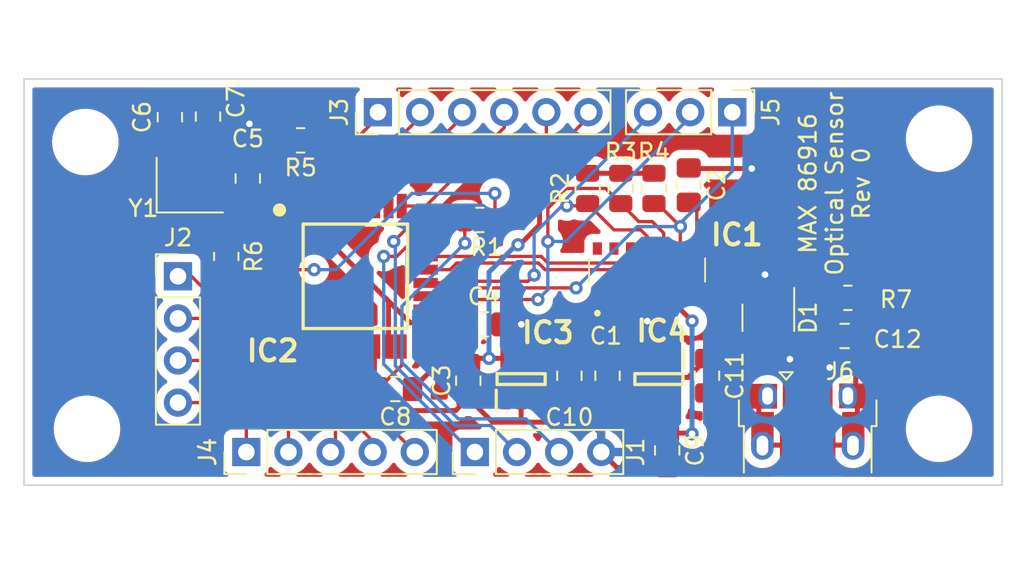
<source format=kicad_pcb>
(kicad_pcb (version 20241229) (generator "pcbnew") (generator_version "9.0")
  (layers (0 "F.Cu" signal) (2 "B.Cu" signal) (13 "F.Paste" user) (15 "B.Paste" user) (5 "F.SilkS" user "F.Silkscreen") (7 "B.SilkS" user "B.Silkscreen") (1 "F.Mask" user) (3 "B.Mask" user) (25 "Edge.Cuts" user))
  (net 0 "")
  (net 1 "+5V")
  (net 2 "GND")
  (net 3 "+1V8")
  (net 4 "+3V0")
  (net 5 "OSC0")
  (net 6 "USB_DM")
  (net 7 "USB_DP")
  (net 11 "SCL")
  (net 12 "SDA")
  (net 13 "INTB")
  (net 17 "OSC1")
  (net 18 "NRST")
  (net 19 "PA0")
  (net 20 "PA1")
  (net 21 "PA2")
  (net 22 "PA3")
  (net 23 "PA4")
  (net 24 "PA5")
  (net 25 "PA6")
  (net 26 "PA7")
  (net 27 "PB0")
  (net 28 "SWDIO")
  (net 29 "SWCLK")
  (net 30 "PA15")
  (net 31 "PB3")
  (net 32 "PB4")
  (net 33 "PB5")
  (net 34 "PB6")
  (net 35 "PB7")
  (net 36 "Net-(IC2-Pad31)")
  (net 39 "Net-(J1-Pad3)")
  (net 42 "Net-(C2-Pad2)")
  (net 43 "Net-(C6-Pad1)")
  (net 44 "Net-(C12-Pad1)")
  (footprint "Connector_PinHeader_2.54mm:PinHeader_1x04_P2.54mm_Vertical" (layer "F.Cu") (at 57.7875 111.4)
    (property "Reference" "J2")
    (property "Value" "Conn_01x04_Male")
  )
  (footprint "Resistor_SMD:R_0805_2012Metric" (layer "F.Cu") (at 65.1875 103.2 180)
    (property "Reference" "R5")
    (property "Value" "10K")
  )
  (footprint "MountingHole:MountingHole_3mm" (layer "F.Cu") (at 52.2 103.3)
    (property "Reference" "H3" (hide yes))
    (property "Value" "MountingHole")
  )
  (footprint "Capacitor_SMD:C_0805_2012Metric_Pad1.18x1.45mm_HandSolder" (layer "F.Cu") (at 76.2375 114.3)
    (property "Reference" "C4")
    (property "Value" "100nF")
  )
  (footprint "Connector_PinHeader_2.54mm:PinHeader_1x05_P2.54mm_Vertical" (layer "F.Cu") (at 61.9125 122 90)
    (property "Reference" "J4")
    (property "Value" "Conn_01x05_Male")
  )
  (footprint "Connector_USB:USB_Micro-B_Amphenol_10103594-0001LF_Horizontal" (layer "F.Cu") (at 95.8 120.5)
    (property "Reference" "J6")
    (property "Value" "USB_B_Micro")
  )
  (footprint "Capacitor_SMD:C_0805_2012Metric_Pad1.18x1.45mm_HandSolder" (layer "F.Cu") (at 98 115 180)
    (property "Reference" "C12")
    (property "Value" "3300pF" (hide yes))
  )
  (footprint "Capacitor_SMD:C_0805_2012Metric_Pad1.18x1.45mm_HandSolder" (layer "F.Cu") (at 89.7 117.4 -90)
    (property "Reference" "C11")
    (property "Value" "1uF")
  )
  (footprint "Package_TO_SOT_SMD:SOT-23-6" (layer "F.Cu") (at 93.4 113.9 -90)
    (property "Reference" "D1")
    (property "Value" "ESDA6V1BC6" (hide yes))
  )
  (footprint "MountingHole:MountingHole_3mm" (layer "F.Cu") (at 103.7 120.6)
    (property "Reference" "H2" (hide yes))
    (property "Value" "MountingHole")
  )
  (footprint "Crystal:Crystal_SMD_3225-4Pin_3.2x2.5mm" (layer "F.Cu") (at 58.5 105.9)
    (property "Reference" "Y1")
    (property "Value" "FL0800008Q" (hide yes))
  )
  (footprint "Capacitor_SMD:C_0805_2012Metric_Pad1.18x1.45mm_HandSolder" (layer "F.Cu") (at 87.3 121.9 -90)
    (property "Reference" "C9")
    (property "Value" "4.7uF")
  )
  (footprint "SamacSys_Parts:QFP80P900X900X160-32N" (layer "F.Cu") (at 68.4875 111.4)
    (property "Reference" "IC2")
    (property "Value" "STM32G431KBT6" (hide yes))
  )
  (footprint "Resistor_SMD:R_0805_2012Metric" (layer "F.Cu") (at 82.5 106.1 90)
    (property "Reference" "R2")
    (property "Value" "10K" (hide yes))
  )
  (footprint "Resistor_SMD:R_0805_2012Metric" (layer "F.Cu") (at 84.5 106.1 90)
    (property "Reference" "R3")
    (property "Value" "10K" (hide yes))
  )
  (footprint "MountingHole:MountingHole_3mm" (layer "F.Cu") (at 103.7 103.1)
    (property "Reference" "H4" (hide yes))
    (property "Value" "MountingHole")
  )
  (footprint "SamacSys_Parts:SOT95P280X145-5N" (layer "F.Cu") (at 86.8 117.6 -90)
    (property "Reference" "IC4")
    (property "Value" "NCP163ASN180T1G" (hide yes))
  )
  (footprint "Resistor_SMD:R_0805_2012Metric" (layer "F.Cu") (at 60.7 110.2 -90)
    (property "Reference" "R6")
    (property "Value" "2K")
  )
  (footprint "Connector_PinHeader_2.54mm:PinHeader_1x03_P2.54mm_Vertical" (layer "F.Cu") (at 91.225 101.5 -90)
    (property "Reference" "J5")
    (property "Value" "Conn_01x03_Male")
  )
  (footprint "Capacitor_SMD:C_0805_2012Metric_Pad1.18x1.45mm_HandSolder" (layer "F.Cu") (at 88.6 105.9 -90)
    (property "Reference" "C2")
    (property "Value" "1uF" (hide yes))
  )
  (footprint "SamacSys_Parts:MAX86916EFD" (layer "F.Cu") (at 86.0875 111.025 90)
    (property "Reference" "IC1")
    (property "Value" "MAX86916EFD+" (hide yes))
  )
  (footprint "Connector_PinHeader_2.54mm:PinHeader_1x04_P2.54mm_Vertical" (layer "F.Cu") (at 75.7 122 90)
    (property "Reference" "J1")
    (property "Value" "Conn_01x04_Male")
  )
  (footprint "Resistor_SMD:R_0805_2012Metric" (layer "F.Cu") (at 86.5 106.1 90)
    (property "Reference" "R4")
    (property "Value" "10K" (hide yes))
  )
  (footprint "Capacitor_SMD:C_0805_2012Metric_Pad1.18x1.45mm_HandSolder" (layer "F.Cu") (at 83.7 117.4 90)
    (property "Reference" "C1")
    (property "Value" "10uF")
  )
  (footprint "Resistor_SMD:R_0805_2012Metric" (layer "F.Cu") (at 98.2 112.7 180)
    (property "Reference" "R7")
    (property "Value" "1M" (hide yes))
  )
  (footprint "Capacitor_SMD:C_0805_2012Metric_Pad1.18x1.45mm_HandSolder" (layer "F.Cu") (at 59.6 101.7625 -90)
    (property "Reference" "C7")
    (property "Value" "12pF" (hide yes))
  )
  (footprint "SamacSys_Parts:SOT95P280X145-5N" (layer "F.Cu") (at 78.4875 117.6 90)
    (property "Reference" "IC3")
    (property "Value" "NCP163ASN300T1G" (hide yes))
  )
  (footprint "MountingHole:MountingHole_3mm" (layer "F.Cu") (at 52.3 120.6)
    (property "Reference" "H1" (hide yes))
    (property "Value" "MountingHole")
  )
  (footprint "Capacitor_SMD:C_0805_2012Metric_Pad1.18x1.45mm_HandSolder" (layer "F.Cu") (at 57.3 101.8 90)
    (property "Reference" "C6")
    (property "Value" "12pF" (hide yes))
  )
  (footprint "Capacitor_SMD:C_0805_2012Metric_Pad1.18x1.45mm_HandSolder" (layer "F.Cu") (at 62 105.5 90)
    (property "Reference" "C5")
    (property "Value" "1uF")
  )
  (footprint "Capacitor_SMD:C_0805_2012Metric_Pad1.18x1.45mm_HandSolder" (layer "F.Cu") (at 70.9 118.2 180)
    (property "Reference" "C8")
    (property "Value" "1uF")
  )
  (footprint "Capacitor_SMD:C_0805_2012Metric_Pad1.18x1.45mm_HandSolder" (layer "F.Cu") (at 75.3 117.7 -90)
    (property "Reference" "C3")
    (property "Value" "4.7uF")
  )
  (footprint "Connector_PinHeader_2.54mm:PinHeader_1x06_P2.54mm_Vertical" (layer "F.Cu") (at 69.85 101.5 90)
    (property "Reference" "J3")
    (property "Value" "Conn_01x06_Male" (hide yes))
  )
  (footprint "Capacitor_SMD:C_0805_2012Metric_Pad1.18x1.45mm_HandSolder" (layer "F.Cu") (at 81.4 117.4 90)
    (property "Reference" "C10")
    (property "Value" "1uF")
  )
  (footprint "Resistor_SMD:R_0805_2012Metric" (layer "F.Cu") (at 76 108 180)
    (property "Reference" "R1")
    (property "Value" "100" (hide yes))
  )
  (gr_line (start 107.5 124) (end 48.5 124) (stroke (width 0.1)) (layer "Edge.Cuts"))
  (gr_line (start 107.5 99.5) (end 107.5 124) (stroke (width 0.1)) (layer "Edge.Cuts"))
  (gr_line (start 48.5 124) (end 48.5 99.5) (stroke (width 0.1)) (layer "Edge.Cuts"))
  (gr_line (start 48.5 99.5) (end 107.5 99.5) (stroke (width 0.1)) (layer "Edge.Cuts"))
  (gr_text "MAX 86916\nOptical Sensor\nRev 0" (at 97.4 105.8 90) (layer "F.SilkS") (effects (font (size 1 1))))
  (segment (start 85.85 117.45) (end 85.85 116.35) (width 0.3) (layer "F.Cu") (net 1))
  (segment (start 88.56202 117.50048) (end 87.79952 117.50048) (width 0.3) (layer "F.Cu") (net 1))
  (segment (start 85.79952 117.50048) (end 83.60048 117.50048) (width 0.3) (layer "F.Cu") (net 1))
  (segment (start 84.1375 111.6) (end 86.0375 111.6) (width 0.3) (layer "F.Cu") (net 1))
  (segment (start 83.60048 117.50048) (end 81.39952 117.50048) (width 0.3) (layer "F.Cu") (net 1))
  (segment (start 87.79952 117.50048) (end 87.75 117.45096) (width 0.3) (layer "F.Cu") (net 1))
  (segment (start 80.9 113.7) (end 83.6 113.7) (width 0.3) (layer "F.Cu") (net 1))
  (segment (start 79.4375 117.56346) (end 79.4375 118.85) (width 0.3) (layer "F.Cu") (net 1))
  (segment (start 85.79952 117.50048) (end 85.85 117.45) (width 0.3) (layer "F.Cu") (net 1))
  (segment (start 89.7 116.3625) (end 88.56202 117.50048) (width 0.3) (layer "F.Cu") (net 1))
  (segment (start 94.475 118.435) (end 94.475 117.275) (width 0.3) (layer "F.Cu") (net 1))
  (segment (start 78.01202 117.50048) (end 77.5375 117.975) (width 0.3) (layer "F.Cu") (net 1))
  (segment (start 81.4 117.50096) (end 81.39952 117.50048) (width 0.3) (layer "F.Cu") (net 1))
  (segment (start 92.5375 116.3625) (end 92.5375 115.125) (width 0.3) (layer "F.Cu") (net 1))
  (segment (start 81.39952 117.50048) (end 80.29952 117.50048) (width 0.3) (layer "F.Cu") (net 1))
  (segment (start 80.29952 114.30048) (end 80.9 113.7) (width 0.3) (layer "F.Cu") (net 1))
  (segment (start 79.50048 117.50048) (end 79.4375 117.56346) (width 0.3) (layer "F.Cu") (net 1))
  (segment (start 80.29952 117.50048) (end 79.50048 117.50048) (width 0.3) (layer "F.Cu") (net 1))
  (segment (start 83.63798 117.53798) (end 83.60048 117.50048) (width 0.3) (layer "F.Cu") (net 1))
  (segment (start 92.5375 115.125) (end 92.45 115.0375) (width 0.3) (layer "F.Cu") (net 1))
  (segment (start 93.5625 116.3625) (end 92.5375 116.3625) (width 0.3) (layer "F.Cu") (net 1))
  (segment (start 86.0375 111.6) (end 86.0875 111.65) (width 0.3) (layer "F.Cu") (net 1))
  (segment (start 83.7 117.6) (end 83.60048 117.50048) (width 0.3) (layer "F.Cu") (net 1))
  (segment (start 77.5375 117.975) (end 77.5375 118.85) (width 0.3) (layer "F.Cu") (net 1))
  (segment (start 84.0875 111.65) (end 84.1375 111.6) (width 0.3) (layer "F.Cu") (net 1))
  (segment (start 84.0875 113.2125) (end 84.0875 112.325) (width 0.3) (layer "F.Cu") (net 1))
  (segment (start 86.0875 111.65) (end 86.0875 112.325) (width 0.3) (layer "F.Cu") (net 1))
  (segment (start 87.75 117.45096) (end 87.75 116.35) (width 0.3) (layer "F.Cu") (net 1))
  (segment (start 92.5375 116.3625) (end 89.7 116.3625) (width 0.3) (layer "F.Cu") (net 1))
  (segment (start 81.4 118.4375) (end 81.4 117.50096) (width 0.3) (layer "F.Cu") (net 1))
  (segment (start 84.0875 112.325) (end 84.0875 111.65) (width 0.3) (layer "F.Cu") (net 1))
  (segment (start 94.475 117.275) (end 93.5625 116.3625) (width 0.3) (layer "F.Cu") (net 1))
  (segment (start 87.79952 117.50048) (end 85.79952 117.50048) (width 0.3) (layer "F.Cu") (net 1))
  (segment (start 83.6 113.7) (end 84.0875 113.2125) (width 0.3) (layer "F.Cu") (net 1))
  (segment (start 79.50048 117.50048) (end 78.01202 117.50048) (width 0.3) (layer "F.Cu") (net 1))
  (segment (start 80.29952 117.50048) (end 80.29952 114.30048) (width 0.3) (layer "F.Cu") (net 1))
  (segment (start 83.7 118.4375) (end 83.7 117.6) (width 0.3) (layer "F.Cu") (net 1))
  (segment (start 78.6 120.2) (end 82.6 120.2) (width 0.3) (layer "F.Cu") (net 2))
  (segment (start 94.343573 116.4) (end 94.7005 116.4) (width 0.3) (layer "F.Cu") (net 2))
  (segment (start 88.6375 104.9) (end 88.6 104.8625) (width 0.3) (layer "F.Cu") (net 2))
  (segment (start 57.3 100.7625) (end 59.5625 100.7625) (width 0.2) (layer "F.Cu") (net 2))
  (segment (start 69.6875 115.638) (end 69.6875 118.025) (width 0.2) (layer "F.Cu") (net 2))
  (segment (start 62 104.4625) (end 62 102.3) (width 0.2) (layer "F.Cu") (net 2))
  (segment (start 87.3 122.9375) (end 88.8625 122.9375) (width 0.3) (layer "F.Cu") (net 2))
  (segment (start 93.4 112.7625) (end 93.4 111.4995) (width 0.3) (layer "F.Cu") (net 2))
  (segment (start 96.9625 115) (end 96.9625 113.025) (width 0.3) (layer "F.Cu") (net 2))
  (segment (start 59.6 100.725) (end 60.625 100.725) (width 0.2) (layer "F.Cu") (net 2))
  (segment (start 96.9625 113.025) (end 97.2875 112.7) (width 0.3) (layer "F.Cu") (net 2))
  (segment (start 71.2875 116.775) (end 69.8625 118.2) (width 0.2) (layer "F.Cu") (net 2))
  (segment (start 90.1 118.8375) (end 89.7 118.4375) (width 0.3) (layer "F.Cu") (net 2))
  (segment (start 65.6875 107.162) (end 65.6875 104.6125) (width 0.2) (layer "F.Cu") (net 2))
  (segment (start 65.6875 104.6125) (end 64.275 103.2) (width 0.2) (layer "F.Cu") (net 2))
  (segment (start 83.7 116.3625) (end 81.4 116.3625) (width 0.3) (layer "F.Cu") (net 2))
  (segment (start 84.2575 122.9375) (end 83.32 122) (width 0.3) (layer "F.Cu") (net 2))
  (segment (start 87.0875 113.1125) (end 87.0875 112.325) (width 0.3) (layer "F.Cu") (net 2))
  (segment (start 93.4 115.456427) (end 94.343573 116.4) (width 0.3) (layer "F.Cu") (net 2))
  (segment (start 97.1 116.9) (end 97.1 115.1375) (width 0.3) (layer "F.Cu") (net 2))
  (segment (start 64.275 103.2) (end 63.1 103.2) (width 0.2) (layer "F.Cu") (net 2))
  (segment (start 92.4 104.9) (end 88.6375 104.9) (width 0.3) (layer "F.Cu") (net 2))
  (segment (start 88.8625 122.9375) (end 90.1 121.7) (width 0.3) (layer "F.Cu") (net 2))
  (segment (start 69.6875 118.025) (end 69.8625 118.2) (width 0.2) (layer "F.Cu") (net 2))
  (segment (start 97.075 116.925) (end 97.1 116.9) (width 0.3) (layer "F.Cu") (net 2))
  (segment (start 78.4875 120.0875) (end 78.6 120.2) (width 0.3) (layer "F.Cu") (net 2))
  (segment (start 78.4875 118.85) (end 78.4875 120.0875) (width 0.3) (layer "F.Cu") (net 2))
  (segment (start 60.625 100.725) (end 62.1 102.2) (width 0.2) (layer "F.Cu") (net 2))
  (segment (start 93.4 115.0375) (end 93.4 115.456427) (width 0.3) (layer "F.Cu") (net 2))
  (segment (start 70.2 119.5) (end 69.8625 119.1625) (width 0.3) (layer "F.Cu") (net 2))
  (segment (start 82.6 120.2) (end 83.32 120.92) (width 0.3) (layer "F.Cu") (net 2))
  (segment (start 59.5625 100.7625) (end 59.6 100.725) (width 0.2) (layer "F.Cu") (net 2))
  (segment (start 75.3 118.7375) (end 74.5375 119.5) (width 0.3) (layer "F.Cu") (net 2))
  (segment (start 86.8 114.8) (end 86.1 114.1) (width 0.3) (layer "F.Cu") (net 2))
  (segment (start 85.0875 113.0875) (end 85.0875 112.325) (width 0.3) (layer "F.Cu") (net 2))
  (segment (start 86.1 114.1) (end 87.0875 113.1125) (width 0.3) (layer "F.Cu") (net 2))
  (segment (start 86.8 116.35) (end 86.8 114.8) (width 0.3) (layer "F.Cu") (net 2))
  (segment (start 71.2875 115.638) (end 71.2875 116.775) (width 0.2) (layer "F.Cu") (net 2))
  (segment (start 86.1 114.1) (end 85.0875 113.0875) (width 0.3) (layer "F.Cu") (net 2))
  (segment (start 90.1 121.7) (end 90.1 118.8375) (width 0.3) (layer "F.Cu") (net 2))
  (segment (start 93.4 111.4995) (end 93.2 111.2995) (width 0.3) (layer "F.Cu") (net 2))
  (segment (start 78.5 114.3) (end 77.275 114.3) (width 0.3) (layer "F.Cu") (net 2))
  (segment (start 87.3 122.9375) (end 84.2575 122.9375) (width 0.3) (layer "F.Cu") (net 2))
  (segment (start 76.7625 120.2) (end 78.6 120.2) (width 0.3) (layer "F.Cu") (net 2))
  (segment (start 83.8375 116.3625) (end 86.1 114.1) (width 0.3) (layer "F.Cu") (net 2))
  (segment (start 62 102.3) (end 62.1 102.2) (width 0.2) (layer "F.Cu") (net 2))
  (segment (start 97.1 115.1375) (end 96.9625 115) (width 0.3) (layer "F.Cu") (net 2))
  (segment (start 75.3 118.7375) (end 76.7625 120.2) (width 0.3) (layer "F.Cu") (net 2))
  (segment (start 63.1 103.2) (end 62.1 102.2) (width 0.2) (layer "F.Cu") (net 2))
  (segment (start 69.8625 119.1625) (end 69.8625 118.2) (width 0.3) (layer "F.Cu") (net 2))
  (segment (start 83.32 120.92) (end 83.32 122) (width 0.3) (layer "F.Cu") (net 2))
  (segment (start 97.075 118.435) (end 97.075 116.925) (width 0.3) (layer "F.Cu") (net 2))
  (segment (start 74.5375 119.5) (end 70.2 119.5) (width 0.3) (layer "F.Cu") (net 2))
  (via (at 93.2 111.2995) (size 0.8) (drill 0.4) (layers "F.Cu" "B.Cu") (net 2))
  (via (at 92.4 104.9) (size 0.8) (drill 0.4) (layers "F.Cu" "B.Cu") (net 2))
  (via (at 86.1 114.1) (size 0.8) (drill 0.4) (layers "F.Cu" "B.Cu") (net 2))
  (via (at 78.5 114.3) (size 0.8) (drill 0.4) (layers "F.Cu" "B.Cu") (net 2))
  (via (at 94.7005 116.4) (size 0.8) (drill 0.4) (layers "F.Cu" "B.Cu") (net 2))
  (via (at 97.1 116.9) (size 0.8) (drill 0.4) (layers "F.Cu" "B.Cu") (net 2))
  (via (at 62.1 102.2) (size 0.8) (drill 0.4) (layers "F.Cu" "B.Cu") (net 2))
  (segment (start 87.3 120.8625) (end 88.7625 120.8625) (width 0.3) (layer "F.Cu") (net 3))
  (segment (start 88.7625 120.8625) (end 88.8 120.9) (width 0.3) (layer "F.Cu") (net 3))
  (segment (start 88.8 114.1) (end 88.0875 113.3875) (width 0.3) (layer "F.Cu") (net 3))
  (segment (start 88.0875 113.3875) (end 88.0875 112.425) (width 0.3) (layer "F.Cu") (net 3))
  (segment (start 87.75 118.85) (end 87.75 120.4125) (width 0.3) (layer "F.Cu") (net 3))
  (segment (start 87.75 120.4125) (end 87.3 120.8625) (width 0.3) (layer "F.Cu") (net 3))
  (via (at 88.8 114.1) (size 0.8) (drill 0.4) (layers "F.Cu" "B.Cu") (net 3))
  (via (at 88.8 120.9) (size 0.8) (drill 0.4) (layers "F.Cu" "B.Cu") (net 3))
  (segment (start 88.8 120.9) (end 88.8 114.4) (width 0.3) (layer "B.Cu") (net 3))
  (segment (start 62 107.7) (end 62 106.5375) (width 0.3) (layer "F.Cu") (net 4))
  (segment (start 79.6 107.1) (end 79.6 108.3) (width 0.3) (layer "F.Cu") (net 4))
  (segment (start 81.5125 105.1875) (end 79.6 107.1) (width 0.3) (layer "F.Cu") (net 4))
  (segment (start 75.4 116.5625) (end 75.3 116.6625) (width 0.3) (layer "F.Cu") (net 4))
  (segment (start 75.6125 116.35) (end 75.3 116.6625) (width 0.3) (layer "F.Cu") (net 4))
  (segment (start 77.5375 116.35) (end 76.55 116.35) (width 0.3) (layer "F.Cu") (net 4))
  (segment (start 70.294489 112.705511) (end 71.788978 114.2) (width 0.3) (layer "F.Cu") (net 4))
  (segment (start 75.4 114.4375) (end 75.4 116.5625) (width 0.3) (layer "F.Cu") (net 4))
  (segment (start 79.6 108.3) (end 78.3995 109.5005) (width 0.3) (layer "F.Cu") (net 4))
  (segment (start 82.5 105.1875) (end 84.5 105.1875) (width 0.3) (layer "F.Cu") (net 4))
  (segment (start 70.4875 112.898522) (end 70.294489 112.705511) (width 0.3) (layer "F.Cu") (net 4))
  (segment (start 70.4875 115.638) (end 70.4875 112.898522) (width 0.3) (layer "F.Cu") (net 4))
  (segment (start 64.2495 108.6) (end 62.9 108.6) (width 0.3) (layer "F.Cu") (net 4))
  (segment (start 64.2495 108.6) (end 66.188978 108.6) (width 0.3) (layer "F.Cu") (net 4))
  (segment (start 76.55 116.35) (end 75.6125 116.35) (width 0.3) (layer "F.Cu") (net 4))
  (segment (start 66.188978 108.6) (end 70.294489 112.705511) (width 0.3) (layer "F.Cu") (net 4))
  (segment (start 71.788978 114.2) (end 72.7255 114.2) (width 0.3) (layer "F.Cu") (net 4))
  (segment (start 75.1625 114.2) (end 75.4 114.4375) (width 0.3) (layer "F.Cu") (net 4))
  (segment (start 73.475 116.6625) (end 71.9375 118.2) (width 0.3) (layer "F.Cu") (net 4))
  (segment (start 84.5 105.1875) (end 86.5 105.1875) (width 0.3) (layer "F.Cu") (net 4))
  (segment (start 72.7255 114.2) (end 75.1625 114.2) (width 0.3) (layer "F.Cu") (net 4))
  (segment (start 75.3 116.6625) (end 73.475 116.6625) (width 0.3) (layer "F.Cu") (net 4))
  (segment (start 82.5 105.1875) (end 81.5125 105.1875) (width 0.3) (layer "F.Cu") (net 4))
  (segment (start 62.9 108.6) (end 62 107.7) (width 0.3) (layer "F.Cu") (net 4))
  (via (at 78.3 109.5005) (size 0.8) (drill 0.4) (layers "F.Cu" "B.Cu") (net 4))
  (via (at 76.55 116.35) (size 0.8) (drill 0.4) (layers "F.Cu" "B.Cu") (net 4))
  (segment (start 78.3 109.5005) (end 78.1995 109.5005) (width 0.3) (layer "B.Cu") (net 4))
  (segment (start 78.1995 109.5005) (end 76.55 111.15) (width 0.3) (layer "B.Cu") (net 4))
  (segment (start 76.55 111.15) (end 76.55 116.35) (width 0.3) (layer "B.Cu") (net 4))
  (segment (start 60.9 105.6) (end 60.35 105.05) (width 0.2) (layer "F.Cu") (net 5))
  (segment (start 64.2495 109.4) (end 63.064282 109.4) (width 0.2) (layer "F.Cu") (net 5))
  (segment (start 63.064282 109.4) (end 60.9 107.235718) (width 0.2) (layer "F.Cu") (net 5))
  (segment (start 59.6 105.05) (end 59.6 102.8) (width 0.2) (layer "F.Cu") (net 5))
  (segment (start 60.9 107.235718) (end 60.9 105.6) (width 0.2) (layer "F.Cu") (net 5))
  (segment (start 60.35 105.05) (end 59.6 105.05) (width 0.2) (layer "F.Cu") (net 5))
  (segment (start 79.534514 110.59952) (end 79.934994 111) (width 0.2) (layer "F.Cu") (net 6))
  (segment (start 74.19952 111) (end 74.6 110.59952) (width 0.2) (layer "F.Cu") (net 6))
  (segment (start 89.4 111) (end 90.7 112.3) (width 0.2) (layer "F.Cu") (net 6))
  (segment (start 91.4 113.9) (end 93.9 113.9) (width 0.2) (layer "F.Cu") (net 6))
  (segment (start 90.7 112.3) (end 90.7 113.2) (width 0.2) (layer "F.Cu") (net 6))
  (segment (start 72.7255 111) (end 74.19952 111) (width 0.2) (layer "F.Cu") (net 6))
  (segment (start 95.4 117.185978) (end 95.4 113.8125) (width 0.2) (layer "F.Cu") (net 6))
  (segment (start 74.6 110.59952) (end 79.534514 110.59952) (width 0.2) (layer "F.Cu") (net 6))
  (segment (start 94.35 113.45) (end 94.35 112.7625) (width 0.2) (layer "F.Cu") (net 6))
  (segment (start 93.9 113.9) (end 94.35 113.45) (width 0.2) (layer "F.Cu") (net 6))
  (segment (start 90.7 113.2) (end 91.4 113.9) (width 0.2) (layer "F.Cu") (net 6))
  (segment (start 79.934994 111) (end 89.4 111) (width 0.2) (layer "F.Cu") (net 6))
  (segment (start 95.125 117.460978) (end 95.4 117.185978) (width 0.2) (layer "F.Cu") (net 6))
  (segment (start 95.4 113.8125) (end 94.35 112.7625) (width 0.2) (layer "F.Cu") (net 6))
  (segment (start 95.125 118.435) (end 95.125 117.460978) (width 0.2) (layer "F.Cu") (net 6))
  (segment (start 92.4 110.6) (end 93.5 110.6) (width 0.2) (layer "F.Cu") (net 7))
  (segment (start 92.45 112.7625) (end 92.4 112.7125) (width 0.2) (layer "F.Cu") (net 7))
  (segment (start 95.79952 112.89952) (end 95.79952 118.41048) (width 0.2) (layer "F.Cu") (net 7))
  (segment (start 93.5 110.6) (end 95.79952 112.89952) (width 0.2) (layer "F.Cu") (net 7))
  (segment (start 95.79952 118.41048) (end 95.775 118.435) (width 0.2) (layer "F.Cu") (net 7))
  (segment (start 72.7255 110.2) (end 79.7 110.2) (width 0.2) (layer "F.Cu") (net 7))
  (segment (start 79.7 110.2) (end 80.1 110.6) (width 0.2) (layer "F.Cu") (net 7))
  (segment (start 80.1 110.6) (end 92.4 110.6) (width 0.2) (layer "F.Cu") (net 7))
  (segment (start 92.4 112.7125) (end 92.4 110.6) (width 0.2) (layer "F.Cu") (net 7))
  (segment (start 73.663 112.6) (end 74.163 112.1) (width 0.2) (layer "F.Cu") (net 11))
  (segment (start 88.0875 109.725) (end 88.0875 108.6) (width 0.2) (layer "F.Cu") (net 11))
  (segment (start 88.1 108.4) (end 86.7125 107.0125) (width 0.2) (layer "F.Cu") (net 11))
  (segment (start 86.7125 107.0125) (end 86.5 107.0125) (width 0.2) (layer "F.Cu") (net 11))
  (segment (start 74.163 112.1) (end 81.8 112.1) (width 0.2) (layer "F.Cu") (net 11))
  (segment (start 72.7255 112.6) (end 73.663 112.6) (width 0.2) (layer "F.Cu") (net 11))
  (via (at 88.1 108.4) (size 0.8) (drill 0.4) (layers "F.Cu" "B.Cu") (net 11))
  (via (at 81.8 112.1) (size 0.8) (drill 0.4) (layers "F.Cu" "B.Cu") (net 11))
  (segment (start 88.1 108.4) (end 85.5 108.4) (width 0.2) (layer "B.Cu") (net 11))
  (segment (start 91.225 105.064259) (end 88.1 108.189259) (width 0.2) (layer "B.Cu") (net 11))
  (segment (start 91.225 101.8) (end 91.225 105.064259) (width 0.2) (layer "B.Cu") (net 11))
  (segment (start 85.5 108.4) (end 81.8 112.1) (width 0.2) (layer "B.Cu") (net 11))
  (segment (start 88.1 108.189259) (end 88.1 108.4) (width 0.2) (layer "B.Cu") (net 11))
  (segment (start 83.5875 106.1) (end 81.3 106.1) (width 0.2) (layer "F.Cu") (net 12))
  (segment (start 87.0875 109.725) (end 87.0875 109.625) (width 0.2) (layer "F.Cu") (net 12))
  (segment (start 84.5 107.0125) (end 83.5875 106.1) (width 0.2) (layer "F.Cu") (net 12))
  (segment (start 80.1 109.2) (end 80.1 109.3) (width 0.2) (layer "F.Cu") (net 12))
  (segment (start 74.263 112.8) (end 73.663 113.4) (width 0.2) (layer "F.Cu") (net 12))
  (segment (start 79.5 112.8) (end 74.263 112.8) (width 0.2) (layer "F.Cu") (net 12))
  (segment (start 87.0875 108.7875) (end 86.4 108.1) (width 0.2) (layer "F.Cu") (net 12))
  (segment (start 85.5875 108.1) (end 84.5 107.0125) (width 0.2) (layer "F.Cu") (net 12))
  (segment (start 80.1 107.3) (end 80.1 109.2) (width 0.2) (layer "F.Cu") (net 12))
  (segment (start 86.4 108.1) (end 85.5875 108.1) (width 0.2) (layer "F.Cu") (net 12))
  (segment (start 87.0875 109.625) (end 87.0875 108.7875) (width 0.2) (layer "F.Cu") (net 12))
  (segment (start 81.3 106.1) (end 80.1 107.3) (width 0.2) (layer "F.Cu") (net 12))
  (segment (start 73.663 113.4) (end 72.7255 113.4) (width 0.2) (layer "F.Cu") (net 12))
  (via (at 79.5 112.8) (size 0.8) (drill 0.4) (layers "F.Cu" "B.Cu") (net 12))
  (via (at 80.1 109.3) (size 0.8) (drill 0.4) (layers "F.Cu" "B.Cu") (net 12))
  (segment (start 80.1 109.3) (end 80.1 112.2) (width 0.2) (layer "B.Cu") (net 12))
  (segment (start 80.1 112.2) (end 79.5 112.8) (width 0.2) (layer "B.Cu") (net 12))
  (segment (start 88.685 101.8) (end 81.185 109.3) (width 0.2) (layer "B.Cu") (net 12))
  (segment (start 81.185 109.3) (end 80.1 109.3) (width 0.2) (layer "B.Cu") (net 12))
  (segment (start 84.0875 108.6) (end 85.7 108.6) (width 0.2) (layer "F.Cu") (net 13))
  (segment (start 73.663 111.8) (end 73.76252 111.70048) (width 0.2) (layer "F.Cu") (net 13))
  (segment (start 78.89854 111.70048) (end 79.272385 111.326635) (width 0.2) (layer "F.Cu") (net 13))
  (segment (start 81.244622 107.144622) (end 82.367878 107.144622) (width 0.2) (layer "F.Cu") (net 13))
  (segment (start 86.0875 108.9875) (end 86.0875 109.625) (width 0.2) (layer "F.Cu") (net 13))
  (segment (start 72.7255 111.8) (end 73.663 111.8) (width 0.2) (layer "F.Cu") (net 13))
  (segment (start 85.7 108.6) (end 86.0875 108.9875) (width 0.2) (layer "F.Cu") (net 13))
  (segment (start 73.76252 111.70048) (end 78.89854 111.70048) (width 0.2) (layer "F.Cu") (net 13))
  (segment (start 82.367878 107.144622) (end 82.5 107.0125) (width 0.2) (layer "F.Cu") (net 13))
  (segment (start 82.5 107.0125) (end 84.0875 108.6) (width 0.2) (layer "F.Cu") (net 13))
  (via (at 79.272385 111.326635) (size 0.8) (drill 0.4) (layers "F.Cu" "B.Cu") (net 13))
  (via (at 81.244622 107.144622) (size 0.8) (drill 0.4) (layers "F.Cu" "B.Cu") (net 13))
  (segment (start 79.9 108.2) (end 80.955378 107.144622) (width 0.2) (layer "B.Cu") (net 13))
  (segment (start 79.272385 111.326635) (end 79.272385 108.827615) (width 0.2) (layer "B.Cu") (net 13))
  (segment (start 80.955378 107.144622) (end 81.244622 107.144622) (width 0.2) (layer "B.Cu") (net 13))
  (segment (start 79.272385 108.827615) (end 79.9 108.2) (width 0.2) (layer "B.Cu") (net 13))
  (segment (start 81.244622 106.700378) (end 81.244622 107.144622) (width 0.2) (layer "B.Cu") (net 13))
  (segment (start 86.145 101.8) (end 81.244622 106.700378) (width 0.2) (layer "B.Cu") (net 13))
  (segment (start 64.2495 110.2) (end 63.312 110.2) (width 0.2) (layer "F.Cu") (net 17))
  (segment (start 62.3995 111.1125) (end 60.7 111.1125) (width 0.2) (layer "F.Cu") (net 17))
  (segment (start 63.312 110.2) (end 62.3995 111.1125) (width 0.2) (layer "F.Cu") (net 17))
  (segment (start 76.9125 108) (end 76.9125 106.4125) (width 0.2) (layer "F.Cu") (net 18))
  (segment (start 76.9125 106.4125) (end 76.9 106.4) (width 0.2) (layer "F.Cu") (net 18))
  (segment (start 66 111) (end 64.2495 111) (width 0.2) (layer "F.Cu") (net 18))
  (via (at 66 111) (size 0.8) (drill 0.4) (layers "F.Cu" "B.Cu") (net 18))
  (via (at 76.9 106.4) (size 0.8) (drill 0.4) (layers "F.Cu" "B.Cu") (net 18))
  (segment (start 76.9 106.4) (end 71.9 106.4) (width 0.2) (layer "B.Cu") (net 18))
  (segment (start 71.9 106.4) (end 67.3 111) (width 0.2) (layer "B.Cu") (net 18))
  (segment (start 67.3 111) (end 66 111) (width 0.2) (layer "B.Cu") (net 18))
  (segment (start 64.2495 111.8) (end 63.412978 111.8) (width 0.2) (layer "F.Cu") (net 19))
  (segment (start 59.6 112.4) (end 58.6 111.4) (width 0.2) (layer "F.Cu") (net 19))
  (segment (start 62.812978 112.4) (end 59.6 112.4) (width 0.2) (layer "F.Cu") (net 19))
  (segment (start 58.6 111.4) (end 57.7875 111.4) (width 0.2) (layer "F.Cu") (net 19))
  (segment (start 63.412978 111.8) (end 62.812978 112.4) (width 0.2) (layer "F.Cu") (net 19))
  (segment (start 64.2495 112.6) (end 63.312 112.6) (width 0.2) (layer "F.Cu") (net 20))
  (segment (start 63.312 112.6) (end 61.972 113.94) (width 0.2) (layer "F.Cu") (net 20))
  (segment (start 61.972 113.94) (end 57.7875 113.94) (width 0.2) (layer "F.Cu") (net 20))
  (segment (start 60.232 116.48) (end 57.7875 116.48) (width 0.2) (layer "F.Cu") (net 21))
  (segment (start 63.312 113.4) (end 60.232 116.48) (width 0.2) (layer "F.Cu") (net 21))
  (segment (start 64.2495 113.4) (end 63.312 113.4) (width 0.2) (layer "F.Cu") (net 21))
  (segment (start 60.38 119.02) (end 57.7875 119.02) (width 0.2) (layer "F.Cu") (net 22))
  (segment (start 64.2495 114.2) (end 64.2495 115.1505) (width 0.2) (layer "F.Cu") (net 22))
  (segment (start 64.2495 115.1505) (end 60.38 119.02) (width 0.2) (layer "F.Cu") (net 22))
  (segment (start 65.6875 115.638) (end 65.6875 116.2125) (width 0.2) (layer "F.Cu") (net 23))
  (segment (start 61.9125 119.9875) (end 61.9125 122) (width 0.2) (layer "F.Cu") (net 23))
  (segment (start 65.6875 116.2125) (end 61.9125 119.9875) (width 0.2) (layer "F.Cu") (net 23))
  (segment (start 66.4875 117.8125) (end 64.4525 119.8475) (width 0.2) (layer "F.Cu") (net 24))
  (segment (start 64.4525 119.8475) (end 64.4525 122) (width 0.2) (layer "F.Cu") (net 24))
  (segment (start 66.4875 115.638) (end 66.4875 117.8125) (width 0.2) (layer "F.Cu") (net 24))
  (segment (start 67.2875 115.638) (end 67.2875 121.705) (width 0.2) (layer "F.Cu") (net 25))
  (segment (start 67.2875 121.705) (end 66.9925 122) (width 0.2) (layer "F.Cu") (net 25))
  (segment (start 69.5325 121.3325) (end 69.5325 122) (width 0.2) (layer "F.Cu") (net 26))
  (segment (start 68.0875 115.638) (end 68.0875 119.8875) (width 0.2) (layer "F.Cu") (net 26))
  (segment (start 68.0875 119.8875) (end 69.5325 121.3325) (width 0.2) (layer "F.Cu") (net 26))
  (segment (start 69.3 120.2) (end 70.2725 120.2) (width 0.2) (layer "F.Cu") (net 27))
  (segment (start 70.2725 120.2) (end 72.0725 122) (width 0.2) (layer "F.Cu") (net 27))
  (segment (start 68.8875 115.638) (end 68.8875 117.0125) (width 0.2) (layer "F.Cu") (net 27))
  (segment (start 68.8875 117.0125) (end 68.7 117.2) (width 0.2) (layer "F.Cu") (net 27))
  (segment (start 68.7 119.6) (end 69.3 120.2) (width 0.2) (layer "F.Cu") (net 27))
  (segment (start 68.7 117.2) (end 68.7 119.6) (width 0.2) (layer "F.Cu") (net 27))
  (segment (start 70.988 110.2) (end 70.2 110.2) (width 0.2) (layer "F.Cu") (net 28))
  (segment (start 71.788 109.4) (end 70.988 110.2) (width 0.2) (layer "F.Cu") (net 28))
  (segment (start 72.7255 109.4) (end 71.788 109.4) (width 0.2) (layer "F.Cu") (net 28))
  (via (at 70.2 110.2) (size 0.8) (drill 0.4) (layers "F.Cu" "B.Cu") (net 28))
  (segment (start 70.2 116.7) (end 70.2 110.2) (width 0.2) (layer "B.Cu") (net 28))
  (segment (start 75.5 122) (end 70.2 116.7) (width 0.2) (layer "B.Cu") (net 28))
  (segment (start 75.7 122) (end 75.5 122) (width 0.2) (layer "B.Cu") (net 28))
  (segment (start 71.5 108.6) (end 70.8 109.3) (width 0.2) (layer "F.Cu") (net 29))
  (segment (start 72.7255 108.6) (end 71.5 108.6) (width 0.2) (layer "F.Cu") (net 29))
  (via (at 70.8 109.3) (size 0.8) (drill 0.4) (layers "F.Cu" "B.Cu") (net 29))
  (segment (start 76.64 120.4) (end 78.24 122) (width 0.2) (layer "B.Cu") (net 29))
  (segment (start 74.5 120.4) (end 76.64 120.4) (width 0.2) (layer "B.Cu") (net 29))
  (segment (start 70.899511 116.799511) (end 74.5 120.4) (width 0.2) (layer "B.Cu") (net 29))
  (segment (start 70.8 109.3) (end 70.899511 109.399511) (width 0.2) (layer "B.Cu") (net 29))
  (segment (start 70.899511 109.399511) (end 70.899511 116.799511) (width 0.2) (layer "B.Cu") (net 29))
  (segment (start 74.9 105) (end 79.35 105) (width 0.2) (layer "F.Cu") (net 30))
  (segment (start 71.2875 107.162) (end 72.738 107.162) (width 0.2) (layer "F.Cu") (net 30))
  (segment (start 79.35 105) (end 82.55 101.8) (width 0.2) (layer "F.Cu") (net 30))
  (segment (start 72.738 107.162) (end 74.9 105) (width 0.2) (layer "F.Cu") (net 30))
  (segment (start 75.1 104.1) (end 78.9 104.1) (width 0.2) (layer "F.Cu") (net 31))
  (segment (start 71.612 105.1) (end 74.1 105.1) (width 0.2) (layer "F.Cu") (net 31))
  (segment (start 70.4875 106.2245) (end 71.612 105.1) (width 0.2) (layer "F.Cu") (net 31))
  (segment (start 78.9 104.1) (end 80.01 102.99) (width 0.2) (layer "F.Cu") (net 31))
  (segment (start 74.1 105.1) (end 75.1 104.1) (width 0.2) (layer "F.Cu") (net 31))
  (segment (start 70.4875 107.162) (end 70.4875 106.2245) (width 0.2) (layer "F.Cu") (net 31))
  (segment (start 80.01 102.99) (end 80.01 101.8) (width 0.2) (layer "F.Cu") (net 31))
  (segment (start 69.6875 106.325478) (end 71.413458 104.59952) (width 0.2) (layer "F.Cu") (net 32))
  (segment (start 69.6875 107.162) (end 69.6875 106.325478) (width 0.2) (layer "F.Cu") (net 32))
  (segment (start 76.5 103.4) (end 77.47 102.43) (width 0.2) (layer "F.Cu") (net 32))
  (segment (start 74.8 103.4) (end 76.5 103.4) (width 0.2) (layer "F.Cu") (net 32))
  (segment (start 77.47 102.43) (end 77.47 101.8) (width 0.2) (layer "F.Cu") (net 32))
  (segment (start 73.60048 104.59952) (end 74.8 103.4) (width 0.2) (layer "F.Cu") (net 32))
  (segment (start 71.413458 104.59952) (end 73.60048 104.59952) (width 0.2) (layer "F.Cu") (net 32))
  (segment (start 68.8875 106.325478) (end 71.012978 104.2) (width 0.2) (layer "F.Cu") (net 33))
  (segment (start 68.8875 107.162) (end 68.8875 106.325478) (width 0.2) (layer "F.Cu") (net 33))
  (segment (start 71.012978 104.2) (end 72.53 104.2) (width 0.2) (layer "F.Cu") (net 33))
  (segment (start 72.53 104.2) (end 74.93 101.8) (width 0.2) (layer "F.Cu") (net 33))
  (segment (start 68.0875 107.162) (end 68.0875 106.1025) (width 0.2) (layer "F.Cu") (net 34))
  (segment (start 68.0875 106.1025) (end 72.39 101.8) (width 0.2) (layer "F.Cu") (net 34))
  (segment (start 67.2875 107.162) (end 67.2875 104.3625) (width 0.2) (layer "F.Cu") (net 35))
  (segment (start 67.2875 104.3625) (end 69.85 101.8) (width 0.2) (layer "F.Cu") (net 35))
  (segment (start 66.4875 107.162) (end 66.4875 103.5875) (width 0.2) (layer "F.Cu") (net 36))
  (segment (start 66.4875 103.5875) (end 66.1 103.2) (width 0.2) (layer "F.Cu") (net 36))
  (segment (start 75.0875 108) (end 75.0875 109.3875) (width 0.2) (layer "F.Cu") (net 39))
  (segment (start 75.0875 109.3875) (end 75.1 109.4) (width 0.2) (layer "F.Cu") (net 39))
  (via (at 75.1 109.4) (size 0.8) (drill 0.4) (layers "F.Cu" "B.Cu") (net 39))
  (segment (start 78.78048 120.00048) (end 80.04 121.26) (width 0.2) (layer "B.Cu") (net 39))
  (segment (start 75.1 109.4) (end 71.299031 113.200969) (width 0.2) (layer "B.Cu") (net 39))
  (segment (start 74.699511 120.00048) (end 78.78048 120.00048) (width 0.2) (layer "B.Cu") (net 39))
  (segment (start 71.299031 113.200969) (end 71.299031 116.6) (width 0.2) (layer "B.Cu") (net 39))
  (segment (start 80.04 121.26) (end 80.78 122) (width 0.2) (layer "B.Cu") (net 39))
  (segment (start 71.299031 116.6) (end 74.699511 120.00048) (width 0.2) (layer "B.Cu") (net 39))
  (segment (start 89.0875 109.725) (end 89.0875 107.425) (width 0.2) (layer "F.Cu") (net 42))
  (segment (start 89.0875 107.425) (end 88.6 106.9375) (width 0.2) (layer "F.Cu") (net 42))
  (segment (start 58.399511 106.000978) (end 58.399511 103.937011) (width 0.2) (layer "F.Cu") (net 43))
  (segment (start 57.650489 106.75) (end 58.399511 106.000978) (width 0.2) (layer "F.Cu") (net 43))
  (segment (start 60.7 109.2875) (end 59.9375 109.2875) (width 0.2) (layer "F.Cu") (net 43))
  (segment (start 59.9375 109.2875) (end 57.4 106.75) (width 0.2) (layer "F.Cu") (net 43))
  (segment (start 57.4 106.75) (end 57.650489 106.75) (width 0.2) (layer "F.Cu") (net 43))
  (segment (start 58.399511 103.937011) (end 57.3 102.8375) (width 0.2) (layer "F.Cu") (net 43))
  (segment (start 99.1125 114.925) (end 99.0375 115) (width 0.3) (layer "F.Cu") (net 44))
  (segment (start 99.1125 112.7) (end 99.1125 114.925) (width 0.3) (layer "F.Cu") (net 44))
  (segment (start 93.315 121.585) (end 93.045 121.315) (width 0.3) (layer "F.Cu") (net 44))
  (segment (start 96.735 121.585) (end 94.815 121.585) (width 0.3) (layer "F.Cu") (net 44))
  (segment (start 98.775 118.415) (end 98.675 118.315) (width 0.3) (layer "F.Cu") (net 44))
  (segment (start 94.815 121.585) (end 93.315 121.585) (width 0.3) (layer "F.Cu") (net 44))
  (segment (start 92.825 119.635) (end 92.825 118.435) (width 0.3) (layer "F.Cu") (net 44))
  (segment (start 98.675 118.315) (end 98.675 115.3625) (width 0.3) (layer "F.Cu") (net 44))
  (segment (start 96.735 121.585) (end 98.235 121.585) (width 0.3) (layer "F.Cu") (net 44))
  (segment (start 98.675 115.3625) (end 99.0375 115) (width 0.3) (layer "F.Cu") (net 44))
  (segment (start 92.825 118.435) (end 92.925 118.335) (width 0.3) (layer "F.Cu") (net 44))
  (segment (start 98.235 121.585) (end 98.505 121.315) (width 0.3) (layer "F.Cu") (net 44))
  (segment (start 98.775 119.635) (end 98.775 118.415) (width 0.3) (layer "F.Cu") (net 44))
  (zone (net 0) (net_name "") (layer "F.Cu") (connect_pads (clearance 0.508)) (min_thickness 0.254) (fill yes (thermal_gap 0.508) (thermal_bridge_width 0.508))
    (polygon (pts (xy 107.5 124) (xy 48.5 124) (xy 48.5 99.6) (xy 107.5 99.5)))
  )
  (zone (net 2) (net_name "GND") (layer "B.Cu") (connect_pads (clearance 0.508)) (min_thickness 0.254) (fill yes (thermal_gap 0.508) (thermal_bridge_width 0.508))
    (polygon (pts (xy 107.5 124.1) (xy 48.5 124) (xy 48.5 99.5) (xy 107.5 99.4)))
  )
)
</source>
